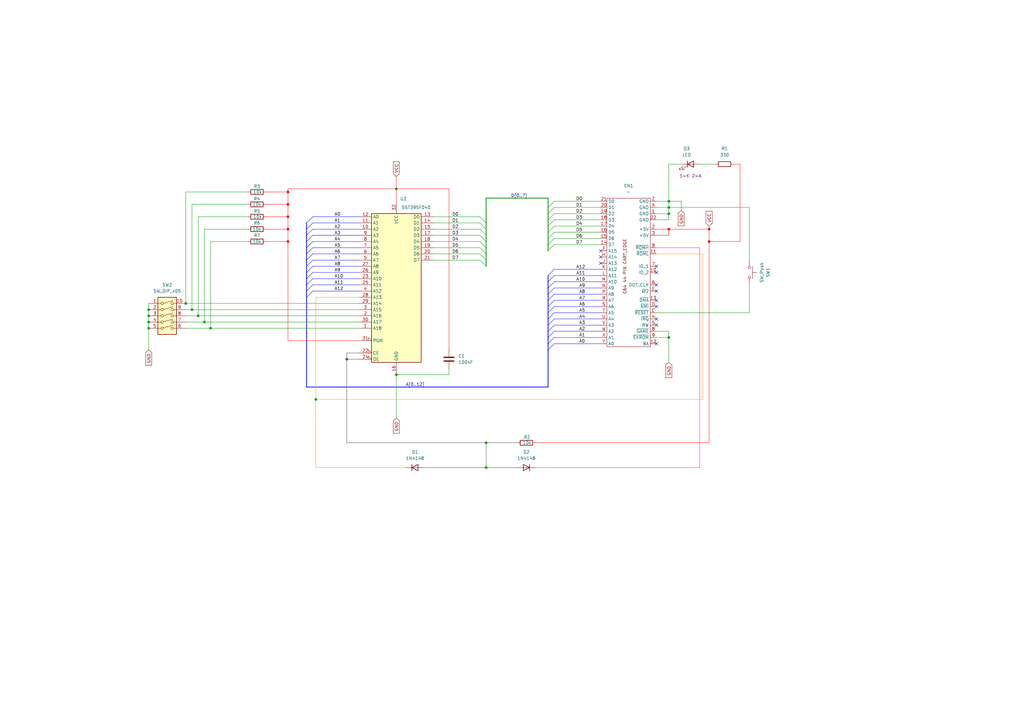
<source format=kicad_sch>
(kicad_sch (version 20250114) (generator "eeschema") (generator_version "9.0")
  (paper "A3")
  (lib_symbols
    (symbol "Device:C" (pin_numbers (hide yes)) (pin_names (offset 0.254))
      (property "Reference" "C" (at 0.635 2.54 0))
      (property "Value" "C" (at 0.635 -2.54 0))
      (symbol "C_0_1"
        (polyline (pts (xy -2.032 0.762) (xy 2.032 0.762)) (stroke (width 0.508)))
        (polyline (pts (xy -2.032 -0.762) (xy 2.032 -0.762)) (stroke (width 0.508)))
      )
      (symbol "C_1_1"
        (pin passive line (at 0 3.81 270) (length 2.794) (name "~") (number "1"))
        (pin passive line (at 0 -3.81 90) (length 2.794) (name "~") (number "2"))
      )
    )
    (symbol "Device:D" (pin_numbers (hide yes)) (pin_names (offset 1.016) (hide yes))
      (property "Reference" "D" (at 0 2.54 0))
      (property "Value" "D" (at 0 -2.54 0))
      (symbol "D_0_1"
        (polyline (pts (xy -1.27 1.27) (xy -1.27 -1.27)) (stroke (width 0.254)))
        (polyline (pts (xy 1.27 1.27) (xy 1.27 -1.27) (xy -1.27 0) (xy 1.27 1.27)) (stroke (width 0.254)))
        (polyline (pts (xy 1.27 0) (xy -1.27 0)))
      )
      (symbol "D_1_1"
        (pin passive line (at -3.81 0 0) (length 2.54) (name "K") (number "1"))
        (pin passive line (at 3.81 0 180) (length 2.54) (name "A") (number "2"))
      )
    )
    (symbol "Device:LED" (pin_numbers (hide yes)) (pin_names (offset 1.016) (hide yes))
      (property "Reference" "D" (at 0 2.54 0))
      (property "Value" "LED" (at 0 -2.54 0))
      (symbol "LED_0_1"
        (polyline (pts (xy -3.048 -0.762) (xy -4.572 -2.286) (xy -3.81 -2.286) (xy -4.572 -2.286) (xy -4.572 -1.524)))
        (polyline (pts (xy -1.778 -0.762) (xy -3.302 -2.286) (xy -2.54 -2.286) (xy -3.302 -2.286) (xy -3.302 -1.524)))
        (polyline (pts (xy -1.27 0) (xy 1.27 0)))
        (polyline (pts (xy -1.27 -1.27) (xy -1.27 1.27)) (stroke (width 0.254)))
        (polyline (pts (xy 1.27 -1.27) (xy 1.27 1.27) (xy -1.27 0) (xy 1.27 -1.27)) (stroke (width 0.254)))
      )
      (symbol "LED_1_1"
        (pin passive line (at -3.81 0 0) (length 2.54) (name "K") (number "1"))
        (pin passive line (at 3.81 0 180) (length 2.54) (name "A") (number "2"))
      )
    )
    (symbol "Device:R" (pin_numbers (hide yes)) (pin_names (offset 0))
      (property "Reference" "R" (at 2.032 0 90))
      (property "Value" "R" (at 0 0 90))
      (symbol "R_0_1"
        (rectangle (start -1.016 -2.54) (end 1.016 2.54) (stroke (width 0.254)))
      )
      (symbol "R_1_1"
        (pin passive line (at 0 3.81 270) (length 1.27) (name "~") (number "1"))
        (pin passive line (at 0 -3.81 90) (length 1.27) (name "~") (number "2"))
      )
    )
    (symbol "Memory_Flash:SST39SF040"
      (property "Reference" "U" (at 2.54 33.02 0))
      (property "Value" "SST39SF040" (at 0 -30.48 0))
      (symbol "SST39SF040_0_0"
        (pin power_in line (at 0 36.83 270) (length 5.08) (name "VCC") (number "32"))
        (pin power_in line (at 0 -34.29 90) (length 5.08) (name "GND") (number "16"))
      )
      (symbol "SST39SF040_0_1"
        (rectangle (start -10.16 31.75) (end 10.16 -29.21) (stroke (width 0.254)) (fill (type background)))
      )
      (symbol "SST39SF040_1_1"
        (pin input line (at -15.24 30.48 0) (length 5.08) (name "A0") (number "12"))
        (pin input line (at -15.24 27.94 0) (length 5.08) (name "A1") (number "11"))
        (pin input line (at -15.24 25.4 0) (length 5.08) (name "A2") (number "10"))
        (pin input line (at -15.24 22.86 0) (length 5.08) (name "A3") (number "9"))
        (pin input line (at -15.24 20.32 0) (length 5.08) (name "A4") (number "8"))
        (pin input line (at -15.24 17.78 0) (length 5.08) (name "A5") (number "7"))
        (pin input line (at -15.24 15.24 0) (length 5.08) (name "A6") (number "6"))
        (pin input line (at -15.24 12.7 0) (length 5.08) (name "A7") (number "5"))
        (pin input line (at -15.24 10.16 0) (length 5.08) (name "A8") (number "27"))
        (pin input line (at -15.24 7.62 0) (length 5.08) (name "A9") (number "26"))
        (pin input line (at -15.24 5.08 0) (length 5.08) (name "A10") (number "23"))
        (pin input line (at -15.24 2.54 0) (length 5.08) (name "A11") (number "25"))
        (pin input line (at -15.24 0 0) (length 5.08) (name "A12") (number "4"))
        (pin input line (at -15.24 -2.54 0) (length 5.08) (name "A13") (number "28"))
        (pin input line (at -15.24 -5.08 0) (length 5.08) (name "A14") (number "29"))
        (pin input line (at -15.24 -7.62 0) (length 5.08) (name "A15") (number "3"))
        (pin input line (at -15.24 -10.16 0) (length 5.08) (name "A16") (number "2"))
        (pin input line (at -15.24 -12.7 0) (length 5.08) (name "A17") (number "30"))
        (pin input line (at -15.24 -15.24 0) (length 5.08) (name "A18") (number "1"))
        (pin input input_low (at -15.24 -20.32 0) (length 5.08) (name "PGM") (number "31"))
        (pin input input_low (at -15.24 -25.4 0) (length 5.08) (name "CE") (number "22"))
        (pin input input_low (at -15.24 -27.94 0) (length 5.08) (name "OE") (number "24"))
        (pin tri_state line (at 15.24 30.48 180) (length 5.08) (name "D0") (number "13"))
        (pin tri_state line (at 15.24 27.94 180) (length 5.08) (name "D1") (number "14"))
        (pin tri_state line (at 15.24 25.4 180) (length 5.08) (name "D2") (number "15"))
        (pin tri_state line (at 15.24 22.86 180) (length 5.08) (name "D3") (number "17"))
        (pin tri_state line (at 15.24 20.32 180) (length 5.08) (name "D4") (number "18"))
        (pin tri_state line (at 15.24 17.78 180) (length 5.08) (name "D5") (number "19"))
        (pin tri_state line (at 15.24 15.24 180) (length 5.08) (name "D6") (number "20"))
        (pin tri_state line (at 15.24 12.7 180) (length 5.08) (name "D7") (number "21"))
      )
    )
    (symbol "ODDSOCKS:C64 Cartridge Connector" (in_bom no)
      (property "Reference" "CN" (at 0 -0.254 0))
      (symbol "C64 Cartridge Connector_0_1"
        (rectangle (start -33.02 10.16) (end 27.94 -7.62))
      )
      (symbol "C64 Cartridge Connector_1_1"
        (text "C64 44 PIN CART_EDGE" (at 0 2.794 0) (effects (font (size 1.27 1.27))))
        (pin bidirectional line (at -31.75 12.7 270) (length 2.54) (name "A0") (number "Y"))
        (pin output line (at -31.75 -10.16 90) (length 2.54) (name "BA") (number "12"))
        (pin bidirectional line (at -29.21 12.7 270) (length 2.54) (name "A1") (number "X"))
        (pin input line (at -29.21 -10.16 90) (length 2.54) (name "~{EXROM}") (number "9"))
        (pin bidirectional line (at -26.67 12.7 270) (length 2.54) (name "A2") (number "W"))
        (pin input line (at -26.67 -10.16 90) (length 2.54) (name "~{GAME}") (number "8"))
        (pin bidirectional line (at -24.13 12.7 270) (length 2.54) (name "A3") (number "V"))
        (pin bidirectional line (at -24.13 -10.16 90) (length 2.54) (name "RW") (number "5"))
        (pin bidirectional line (at -21.59 12.7 270) (length 2.54) (name "A4") (number "U"))
        (pin input line (at -21.59 -10.16 90) (length 2.54) (name "~{IRQ}") (number "4"))
        (pin bidirectional line (at -19.05 12.7 270) (length 2.54) (name "A5") (number "T"))
        (pin input line (at -19.05 -10.16 90) (length 2.54) (name "~{RESET}") (number "C"))
        (pin bidirectional line (at -16.51 12.7 270) (length 2.54) (name "A6") (number "S"))
        (pin output line (at -16.51 -10.16 90) (length 2.54) (name "~{NMI}") (number "D"))
        (pin bidirectional line (at -13.97 12.7 270) (length 2.54) (name "A7") (number "R"))
        (pin input line (at -13.97 -10.16 90) (length 2.54) (name "~{DMA}") (number "13"))
        (pin bidirectional line (at -11.43 12.7 270) (length 2.54) (name "A8") (number "P"))
        (pin output line (at -10.16 -10.16 90) (length 2.54) (name "∅2") (number "E"))
        (pin bidirectional line (at -8.89 12.7 270) (length 2.54) (name "A9") (number "N"))
        (pin output line (at -7.62 -10.16 90) (length 2.54) (name "DOT_CLK") (number "6"))
        (pin bidirectional line (at -6.35 12.7 270) (length 2.54) (name "A10") (number "M"))
        (pin bidirectional line (at -3.81 12.7 270) (length 2.54) (name "A11") (number "L"))
        (pin bidirectional line (at -2.54 -10.16 90) (length 2.54) (name "IO_2") (number "10"))
        (pin bidirectional line (at -1.27 12.7 270) (length 2.54) (name "A12") (number "K"))
        (pin bidirectional line (at 0 -10.16 90) (length 2.54) (name "IO_1") (number "7"))
        (pin bidirectional line (at 1.27 12.7 270) (length 2.54) (name "A13") (number "J"))
        (pin bidirectional line (at 3.81 12.7 270) (length 2.54) (name "A14") (number "H"))
        (pin output line (at 5.08 -10.16 90) (length 2.54) (name "~{ROML}") (number "11"))
        (pin bidirectional line (at 6.35 12.7 270) (length 2.54) (name "A15") (number "F"))
        (pin output line (at 7.62 -10.16 90) (length 2.54) (name "~{ROMH}") (number "B"))
        (pin bidirectional line (at 8.89 12.7 270) (length 2.54) (name "D7") (number "14"))
        (pin bidirectional line (at 11.43 12.7 270) (length 2.54) (name "D6") (number "15"))
        (pin power_out line (at 12.7 -10.16 90) (length 2.54) (name "+5V") (number "3"))
        (pin bidirectional line (at 13.97 12.7 270) (length 2.54) (name "D5") (number "16"))
        (pin power_in line (at 15.24 -10.16 90) (length 2.54) (name "+5V") (number "2"))
        (pin bidirectional line (at 16.51 12.7 270) (length 2.54) (name "D4") (number "17"))
        (pin bidirectional line (at 19.05 12.7 270) (length 2.54) (name "D3") (number "18"))
        (pin power_out line (at 19.05 -10.16 90) (length 2.54) (name "GND") (number "22"))
        (pin bidirectional line (at 21.59 12.7 270) (length 2.54) (name "D2") (number "19"))
        (pin power_in line (at 21.59 -10.16 90) (length 2.54) (name "GND") (number "1"))
        (pin bidirectional line (at 24.13 12.7 270) (length 2.54) (name "D1") (number "20"))
        (pin power_in line (at 24.13 -10.16 90) (length 2.54) (name "GND") (number "A"))
        (pin bidirectional line (at 26.67 12.7 270) (length 2.54) (name "D0") (number "21"))
        (pin power_in line (at 26.67 -10.16 90) (length 2.54) (name "GND") (number "Z"))
      )
    )
    (symbol "Switch:SW_DIP_x05" (pin_names (offset 0) (hide yes))
      (property "Reference" "SW" (at 0 8.89 0))
      (property "Value" "SW_DIP_x05" (at 0 -8.89 0))
      (symbol "SW_DIP_x05_0_0"
        (circle (center -2.032 5.08) (radius 0.508))
        (circle (center -2.032 2.54) (radius 0.508))
        (circle (center -2.032 0) (radius 0.508))
        (circle (center -2.032 -2.54) (radius 0.508))
        (circle (center -2.032 -5.08) (radius 0.508))
        (polyline (pts (xy -1.524 5.207) (xy 2.3622 6.2484)))
        (polyline (pts (xy -1.524 2.667) (xy 2.3622 3.7084)))
        (polyline (pts (xy -1.524 0.127) (xy 2.3622 1.1684)))
        (polyline (pts (xy -1.524 -2.3876) (xy 2.3622 -1.3462)))
        (polyline (pts (xy -1.524 -4.9276) (xy 2.3622 -3.8862)))
        (circle (center 2.032 5.08) (radius 0.508))
        (circle (center 2.032 2.54) (radius 0.508))
        (circle (center 2.032 0) (radius 0.508))
        (circle (center 2.032 -2.54) (radius 0.508))
        (circle (center 2.032 -5.08) (radius 0.508))
      )
      (symbol "SW_DIP_x05_0_1"
        (rectangle (start -3.81 7.62) (end 3.81 -7.62) (stroke (width 0.254)) (fill (type background)))
      )
      (symbol "SW_DIP_x05_1_1"
        (pin passive line (at -7.62 5.08 0) (length 5.08) (name "~") (number "1"))
        (pin passive line (at -7.62 2.54 0) (length 5.08) (name "~") (number "2"))
        (pin passive line (at -7.62 0 0) (length 5.08) (name "~") (number "3"))
        (pin passive line (at -7.62 -2.54 0) (length 5.08) (name "~") (number "4"))
        (pin passive line (at -7.62 -5.08 0) (length 5.08) (name "~") (number "5"))
        (pin passive line (at 7.62 5.08 180) (length 5.08) (name "~") (number "10"))
        (pin passive line (at 7.62 2.54 180) (length 5.08) (name "~") (number "9"))
        (pin passive line (at 7.62 0 180) (length 5.08) (name "~") (number "8"))
        (pin passive line (at 7.62 -2.54 180) (length 5.08) (name "~") (number "7"))
        (pin passive line (at 7.62 -5.08 180) (length 5.08) (name "~") (number "6"))
      )
    )
    (symbol "Switch:SW_Push" (pin_numbers (hide yes)) (pin_names (offset 1.016) (hide yes))
      (property "Reference" "SW" (at 1.27 2.54 0))
      (property "Value" "SW_Push" (at 0 -1.524 0))
      (symbol "SW_Push_0_1"
        (circle (center -2.032 0) (radius 0.508))
        (polyline (pts (xy 0 1.27) (xy 0 3.048)))
        (circle (center 2.032 0) (radius 0.508))
        (polyline (pts (xy 2.54 1.27) (xy -2.54 1.27)))
        (pin passive line (at -5.08 0 0) (length 2.54) (name "1") (number "1"))
        (pin passive line (at 5.08 0 180) (length 2.54) (name "2") (number "2"))
      )
    )
  )
  (junction (at 274.32 138.43))
  (junction (at 118.11 99.06) (color 255 0 0 1))
  (junction (at 78.74 127))
  (junction (at 274.32 93.98) (color 255 0 0 1))
  (junction (at 118.11 83.82) (color 255 0 0 1))
  (junction (at 142.24 147.32) (color 72 72 72 1))
  (junction (at 60.96 132.08))
  (junction (at 60.96 129.54))
  (junction (at 162.56 153.67))
  (junction (at 199.39 191.77))
  (junction (at 290.83 99.06) (color 255 0 0 1))
  (junction (at 199.39 181.61))
  (junction (at 290.83 93.98) (color 255 0 0 1))
  (junction (at 162.56 77.47))
  (junction (at 81.28 129.54))
  (junction (at 274.32 85.09))
  (junction (at 86.36 134.62))
  (junction (at 274.32 87.63))
  (junction (at 83.82 132.08))
  (junction (at 60.96 134.62))
  (junction (at 118.11 78.74) (color 255 0 0 1))
  (junction (at 76.2 124.46))
  (junction (at 60.96 127))
  (junction (at 118.11 88.9) (color 255 0 0 1))
  (junction (at 274.32 82.55))
  (junction (at 118.11 93.98) (color 255 0 0 1))
  (junction (at 129.54 163.83))
  (no_connect (at 269.24 140.97))
  (no_connect (at 246.38 105.41))
  (no_connect (at 269.24 123.19))
  (no_connect (at 269.24 133.35))
  (no_connect (at 269.24 130.81))
  (no_connect (at 246.38 102.87))
  (no_connect (at 269.24 111.76))
  (no_connect (at 246.38 107.95))
  (no_connect (at 269.24 109.22))
  (no_connect (at 269.24 116.84))
  (no_connect (at 269.24 119.38))
  (no_connect (at 269.24 125.73))
  (bus_entry (at 224.79 120.65) (size 2.54 -2.54) (stroke (width 0) (color 0 0 255 1)))
  (bus_entry (at 224.79 138.43) (size 2.54 -2.54) (stroke (width 0) (color 0 0 255 1)))
  (bus_entry (at 224.79 135.89) (size 2.54 -2.54) (stroke (width 0) (color 0 0 255 1)))
  (bus_entry (at 224.79 133.35) (size 2.54 -2.54) (stroke (width 0) (color 0 0 255 1)))
  (bus_entry (at 196.85 106.68) (size 2.54 2.54))
  (bus_entry (at 224.79 143.51) (size 2.54 -2.54) (stroke (width 0) (color 0 0 255 1)))
  (bus_entry (at 224.79 90.17) (size 2.54 -2.54))
  (bus_entry (at 224.79 113.03) (size 2.54 -2.54) (stroke (width 0) (color 0 0 255 1)))
  (bus_entry (at 125.73 96.52) (size 2.54 -2.54) (stroke (width 0) (color 0 0 255 1)))
  (bus_entry (at 125.73 116.84) (size 2.54 -2.54) (stroke (width 0) (color 0 0 255 1)))
  (bus_entry (at 125.73 109.22) (size 2.54 -2.54) (stroke (width 0) (color 0 0 255 1)))
  (bus_entry (at 224.79 123.19) (size 2.54 -2.54) (stroke (width 0) (color 0 0 255 1)))
  (bus_entry (at 125.73 93.98) (size 2.54 -2.54) (stroke (width 0) (color 0 0 255 1)))
  (bus_entry (at 125.73 111.76) (size 2.54 -2.54) (stroke (width 0) (color 0 0 255 1)))
  (bus_entry (at 224.79 85.09) (size 2.54 -2.54))
  (bus_entry (at 224.79 130.81) (size 2.54 -2.54) (stroke (width 0) (color 0 0 255 1)))
  (bus_entry (at 125.73 119.38) (size 2.54 -2.54) (stroke (width 0) (color 0 0 255 1)))
  (bus_entry (at 125.73 99.06) (size 2.54 -2.54) (stroke (width 0) (color 0 0 255 1)))
  (bus_entry (at 125.73 114.3) (size 2.54 -2.54) (stroke (width 0) (color 0 0 255 1)))
  (bus_entry (at 125.73 121.92) (size 2.54 -2.54) (stroke (width 0) (color 0 0 255 1)))
  (bus_entry (at 224.79 118.11) (size 2.54 -2.54) (stroke (width 0) (color 0 0 255 1)))
  (bus_entry (at 196.85 101.6) (size 2.54 2.54))
  (bus_entry (at 224.79 97.79) (size 2.54 -2.54))
  (bus_entry (at 196.85 91.44) (size 2.54 2.54))
  (bus_entry (at 224.79 140.97) (size 2.54 -2.54) (stroke (width 0) (color 0 0 255 1)))
  (bus_entry (at 224.79 100.33) (size 2.54 -2.54))
  (bus_entry (at 224.79 115.57) (size 2.54 -2.54) (stroke (width 0) (color 0 0 255 1)))
  (bus_entry (at 196.85 93.98) (size 2.54 2.54))
  (bus_entry (at 196.85 99.06) (size 2.54 2.54))
  (bus_entry (at 196.85 96.52) (size 2.54 2.54))
  (bus_entry (at 224.79 95.25) (size 2.54 -2.54))
  (bus_entry (at 196.85 88.9) (size 2.54 2.54))
  (bus_entry (at 224.79 92.71) (size 2.54 -2.54))
  (bus_entry (at 125.73 104.14) (size 2.54 -2.54) (stroke (width 0) (color 0 0 255 1)))
  (bus_entry (at 224.79 102.87) (size 2.54 -2.54))
  (bus_entry (at 125.73 91.44) (size 2.54 -2.54) (stroke (width 0) (color 0 0 255 1)))
  (bus_entry (at 125.73 106.68) (size 2.54 -2.54) (stroke (width 0) (color 0 0 255 1)))
  (bus_entry (at 224.79 125.73) (size 2.54 -2.54) (stroke (width 0) (color 0 0 255 1)))
  (bus_entry (at 196.85 104.14) (size 2.54 2.54))
  (bus_entry (at 224.79 128.27) (size 2.54 -2.54) (stroke (width 0) (color 0 0 255 1)))
  (bus_entry (at 224.79 87.63) (size 2.54 -2.54))
  (bus_entry (at 125.73 101.6) (size 2.54 -2.54) (stroke (width 0) (color 0 0 255 1)))
  (bus (pts (xy 224.79 158.75) (xy 224.79 143.51)) (stroke (width 0) (color 0 0 255 1)))
  (wire (pts (xy 76.2 124.46) (xy 147.32 124.46)))
  (wire (pts (xy 128.27 109.22) (xy 147.32 109.22)) (stroke (width 0) (color 0 0 255 1)))
  (wire (pts (xy 129.54 163.83) (xy 129.54 191.77)) (stroke (width 0) (color 255 153 0 1)))
  (wire (pts (xy 290.83 99.06) (xy 290.83 93.98)) (stroke (width 0) (color 255 0 0 1)))
  (bus (pts (xy 199.39 96.52) (xy 199.39 99.06)) (stroke (width 0) (color 0 132 0 1)))
  (wire (pts (xy 307.34 128.27) (xy 269.24 128.27)))
  (wire (pts (xy 177.8 101.6) (xy 196.85 101.6)))
  (wire (pts (xy 101.6 99.06) (xy 86.36 99.06)))
  (bus (pts (xy 224.79 100.33) (xy 224.79 102.87)) (stroke (width 0) (color 0 132 0 1)))
  (wire (pts (xy 300.99 67.31) (xy 303.53 67.31)) (stroke (width 0) (color 255 0 0 1)))
  (wire (pts (xy 227.33 123.19) (xy 246.38 123.19)) (stroke (width 0) (color 0 0 255 1)))
  (bus (pts (xy 125.73 96.52) (xy 125.73 99.06)) (stroke (width 0) (color 0 0 255 1)))
  (wire (pts (xy 142.24 181.61) (xy 199.39 181.61)) (stroke (width 0) (color 72 72 72 1)))
  (wire (pts (xy 274.32 96.52) (xy 274.32 93.98)) (stroke (width 0) (color 255 0 0 1)))
  (wire (pts (xy 269.24 93.98) (xy 274.32 93.98)) (stroke (width 0) (color 255 0 0 1)))
  (wire (pts (xy 177.8 99.06) (xy 196.85 99.06)))
  (wire (pts (xy 128.27 91.44) (xy 147.32 91.44)) (stroke (width 0) (color 0 0 255 1)))
  (wire (pts (xy 81.28 88.9) (xy 81.28 129.54)))
  (wire (pts (xy 76.2 129.54) (xy 81.28 129.54)))
  (wire (pts (xy 109.22 93.98) (xy 118.11 93.98)) (stroke (width 0) (color 255 0 0 1)))
  (wire (pts (xy 86.36 99.06) (xy 86.36 134.62)))
  (wire (pts (xy 184.15 143.51) (xy 184.15 77.47)) (stroke (width 0) (color 255 0 0 1)))
  (bus (pts (xy 224.79 128.27) (xy 224.79 130.81)) (stroke (width 0) (color 0 0 255 1)))
  (bus (pts (xy 125.73 119.38) (xy 125.73 121.92)) (stroke (width 0) (color 0 0 255 1)))
  (bus (pts (xy 125.73 109.22) (xy 125.73 111.76)) (stroke (width 0) (color 0 0 255 1)))
  (wire (pts (xy 177.8 96.52) (xy 196.85 96.52)))
  (wire (pts (xy 60.96 127) (xy 60.96 129.54)))
  (bus (pts (xy 224.79 92.71) (xy 224.79 95.25)) (stroke (width 0) (color 0 132 0 1)))
  (bus (pts (xy 199.39 91.44) (xy 199.39 93.98)) (stroke (width 0) (color 0 132 0 1)))
  (bus (pts (xy 199.39 93.98) (xy 199.39 96.52)) (stroke (width 0) (color 0 132 0 1)))
  (bus (pts (xy 224.79 125.73) (xy 224.79 128.27)) (stroke (width 0) (color 0 0 255 1)))
  (wire (pts (xy 109.22 99.06) (xy 118.11 99.06)) (stroke (width 0) (color 255 0 0 1)))
  (wire (pts (xy 128.27 88.9) (xy 147.32 88.9)) (stroke (width 0) (color 0 0 255 1)))
  (wire (pts (xy 147.32 144.78) (xy 142.24 144.78)) (stroke (width 0) (color 72 72 72 1)))
  (bus (pts (xy 224.79 97.79) (xy 224.79 100.33)) (stroke (width 0) (color 0 132 0 1)))
  (wire (pts (xy 177.8 104.14) (xy 196.85 104.14)))
  (wire (pts (xy 60.96 134.62) (xy 60.96 143.51)))
  (wire (pts (xy 60.96 132.08) (xy 60.96 134.62)))
  (wire (pts (xy 227.33 92.71) (xy 246.38 92.71)))
  (wire (pts (xy 162.56 77.47) (xy 184.15 77.47)) (stroke (width 0) (color 255 0 0 1)))
  (bus (pts (xy 199.39 99.06) (xy 199.39 101.6)) (stroke (width 0) (color 0 132 0 1)))
  (bus (pts (xy 125.73 104.14) (xy 125.73 106.68)) (stroke (width 0) (color 0 0 255 1)))
  (wire (pts (xy 274.32 90.17) (xy 274.32 87.63)))
  (bus (pts (xy 125.73 93.98) (xy 125.73 96.52)) (stroke (width 0) (color 0 0 255 1)))
  (wire (pts (xy 199.39 191.77) (xy 212.09 191.77)) (stroke (width 0) (color 72 72 72 1)))
  (wire (pts (xy 227.33 128.27) (xy 246.38 128.27)) (stroke (width 0) (color 0 0 255 1)))
  (wire (pts (xy 227.33 125.73) (xy 246.38 125.73)) (stroke (width 0) (color 0 0 255 1)))
  (wire (pts (xy 118.11 83.82) (xy 118.11 88.9)) (stroke (width 0) (color 255 0 0 1)))
  (wire (pts (xy 101.6 93.98) (xy 83.82 93.98)))
  (wire (pts (xy 101.6 88.9) (xy 81.28 88.9)))
  (wire (pts (xy 227.33 97.79) (xy 246.38 97.79)))
  (wire (pts (xy 227.33 118.11) (xy 246.38 118.11)) (stroke (width 0) (color 0 0 255 1)))
  (wire (pts (xy 269.24 87.63) (xy 274.32 87.63)))
  (bus (pts (xy 125.73 91.44) (xy 125.73 93.98)) (stroke (width 0) (color 0 0 255 1)))
  (bus (pts (xy 125.73 106.68) (xy 125.73 109.22)) (stroke (width 0) (color 0 0 255 1)))
  (wire (pts (xy 274.32 67.31) (xy 279.4 67.31)))
  (wire (pts (xy 142.24 147.32) (xy 142.24 181.61)) (stroke (width 0) (color 72 72 72 1)))
  (bus (pts (xy 125.73 158.75) (xy 224.79 158.75)) (stroke (width 0) (color 0 0 255 1)))
  (wire (pts (xy 227.33 82.55) (xy 246.38 82.55)))
  (wire (pts (xy 78.74 127) (xy 147.32 127)))
  (wire (pts (xy 227.33 95.25) (xy 246.38 95.25)))
  (wire (pts (xy 227.33 113.03) (xy 246.38 113.03)) (stroke (width 0) (color 0 0 255 1)))
  (wire (pts (xy 162.56 72.39) (xy 162.56 77.47)) (stroke (width 0) (color 255 0 0 1)))
  (wire (pts (xy 287.02 101.6) (xy 269.24 101.6)) (stroke (width 0) (color 255 0 255 1)))
  (bus (pts (xy 224.79 95.25) (xy 224.79 97.79)) (stroke (width 0) (color 0 132 0 1)))
  (wire (pts (xy 274.32 148.59) (xy 274.32 138.43)))
  (wire (pts (xy 269.24 96.52) (xy 274.32 96.52)) (stroke (width 0) (color 255 0 0 1)))
  (wire (pts (xy 269.24 138.43) (xy 274.32 138.43)))
  (wire (pts (xy 128.27 96.52) (xy 147.32 96.52)) (stroke (width 0) (color 0 0 255 1)))
  (wire (pts (xy 129.54 121.92) (xy 147.32 121.92)) (stroke (width 0) (color 255 153 0 1)))
  (wire (pts (xy 128.27 104.14) (xy 147.32 104.14)) (stroke (width 0) (color 0 0 255 1)))
  (wire (pts (xy 109.22 83.82) (xy 118.11 83.82)) (stroke (width 0) (color 255 0 0 1)))
  (bus (pts (xy 224.79 138.43) (xy 224.79 140.97)) (stroke (width 0) (color 0 0 255 1)))
  (wire (pts (xy 227.33 130.81) (xy 246.38 130.81)) (stroke (width 0) (color 0 0 255 1)))
  (bus (pts (xy 224.79 113.03) (xy 224.79 115.57)) (stroke (width 0) (color 0 0 255 1)))
  (wire (pts (xy 219.71 191.77) (xy 287.02 191.77)) (stroke (width 0) (color 255 0 255 1)))
  (bus (pts (xy 224.79 133.35) (xy 224.79 135.89)) (stroke (width 0) (color 0 0 255 1)))
  (bus (pts (xy 199.39 106.68) (xy 199.39 109.22)) (stroke (width 0) (color 0 132 0 1)))
  (wire (pts (xy 109.22 88.9) (xy 118.11 88.9)) (stroke (width 0) (color 255 0 0 1)))
  (wire (pts (xy 118.11 99.06) (xy 118.11 139.7)) (stroke (width 0) (color 255 0 0 1)))
  (wire (pts (xy 76.2 127) (xy 78.74 127)))
  (bus (pts (xy 199.39 104.14) (xy 199.39 106.68)) (stroke (width 0) (color 0 132 0 1)))
  (wire (pts (xy 307.34 85.09) (xy 274.32 85.09)))
  (bus (pts (xy 224.79 135.89) (xy 224.79 138.43)) (stroke (width 0) (color 0 0 255 1)))
  (wire (pts (xy 118.11 78.74) (xy 118.11 83.82)) (stroke (width 0) (color 255 0 0 1)))
  (wire (pts (xy 227.33 90.17) (xy 246.38 90.17)))
  (bus (pts (xy 224.79 118.11) (xy 224.79 120.65)) (stroke (width 0) (color 0 0 255 1)))
  (wire (pts (xy 279.4 82.55) (xy 274.32 82.55)))
  (wire (pts (xy 288.29 104.14) (xy 269.24 104.14)) (stroke (width 0) (color 255 153 0 1)))
  (wire (pts (xy 274.32 85.09) (xy 274.32 82.55)))
  (bus (pts (xy 224.79 120.65) (xy 224.79 123.19)) (stroke (width 0) (color 0 0 255 1)))
  (wire (pts (xy 307.34 116.84) (xy 307.34 128.27)))
  (bus (pts (xy 224.79 85.09) (xy 224.79 87.63)) (stroke (width 0) (color 0 132 0 1)))
  (bus (pts (xy 125.73 111.76) (xy 125.73 114.3)) (stroke (width 0) (color 0 0 255 1)))
  (wire (pts (xy 303.53 67.31) (xy 303.53 99.06)) (stroke (width 0) (color 255 0 0 1)))
  (wire (pts (xy 128.27 116.84) (xy 147.32 116.84)) (stroke (width 0) (color 0 0 255 1)))
  (wire (pts (xy 288.29 104.14) (xy 288.29 163.83)) (stroke (width 0) (color 255 153 0 1)))
  (bus (pts (xy 125.73 99.06) (xy 125.73 101.6)) (stroke (width 0) (color 0 0 255 1)))
  (wire (pts (xy 184.15 153.67) (xy 162.56 153.67)))
  (wire (pts (xy 76.2 134.62) (xy 86.36 134.62)))
  (wire (pts (xy 128.27 119.38) (xy 147.32 119.38)) (stroke (width 0) (color 0 0 255 1)))
  (wire (pts (xy 227.33 120.65) (xy 246.38 120.65)) (stroke (width 0) (color 0 0 255 1)))
  (wire (pts (xy 142.24 144.78) (xy 142.24 147.32)) (stroke (width 0) (color 72 72 72 1)))
  (wire (pts (xy 227.33 115.57) (xy 246.38 115.57)) (stroke (width 0) (color 0 0 255 1)))
  (wire (pts (xy 274.32 93.98) (xy 290.83 93.98)) (stroke (width 0) (color 255 0 0 1)))
  (wire (pts (xy 227.33 133.35) (xy 246.38 133.35)) (stroke (width 0) (color 0 0 255 1)))
  (wire (pts (xy 128.27 101.6) (xy 147.32 101.6)) (stroke (width 0) (color 0 0 255 1)))
  (wire (pts (xy 269.24 82.55) (xy 274.32 82.55)))
  (wire (pts (xy 177.8 93.98) (xy 196.85 93.98)))
  (wire (pts (xy 227.33 87.63) (xy 246.38 87.63)))
  (wire (pts (xy 219.71 181.61) (xy 290.83 181.61)) (stroke (width 0) (color 255 0 0 1)))
  (wire (pts (xy 60.96 124.46) (xy 60.96 127)))
  (bus (pts (xy 125.73 101.6) (xy 125.73 104.14)) (stroke (width 0) (color 0 0 255 1)))
  (wire (pts (xy 274.32 67.31) (xy 274.32 82.55)))
  (wire (pts (xy 76.2 78.74) (xy 76.2 124.46)))
  (wire (pts (xy 290.83 92.71) (xy 290.83 93.98)) (stroke (width 0) (color 255 0 0 1)))
  (wire (pts (xy 118.11 77.47) (xy 118.11 78.74)) (stroke (width 0) (color 255 0 0 1)))
  (wire (pts (xy 83.82 93.98) (xy 83.82 132.08)))
  (wire (pts (xy 287.02 67.31) (xy 293.37 67.31)))
  (wire (pts (xy 142.24 147.32) (xy 147.32 147.32)) (stroke (width 0) (color 72 72 72 1)))
  (wire (pts (xy 128.27 114.3) (xy 147.32 114.3)) (stroke (width 0) (color 0 0 255 1)))
  (wire (pts (xy 162.56 77.47) (xy 118.11 77.47)) (stroke (width 0) (color 255 0 0 1)))
  (bus (pts (xy 199.39 81.28) (xy 199.39 91.44)) (stroke (width 0) (color 0 132 0 1)))
  (wire (pts (xy 118.11 88.9) (xy 118.11 93.98)) (stroke (width 0) (color 255 0 0 1)))
  (bus (pts (xy 125.73 121.92) (xy 125.73 158.75)) (stroke (width 0) (color 0 0 255 1)))
  (bus (pts (xy 224.79 140.97) (xy 224.79 143.51)) (stroke (width 0) (color 0 0 255 1)))
  (wire (pts (xy 128.27 106.68) (xy 147.32 106.68)) (stroke (width 0) (color 0 0 255 1)))
  (wire (pts (xy 128.27 93.98) (xy 147.32 93.98)) (stroke (width 0) (color 0 0 255 1)))
  (wire (pts (xy 118.11 139.7) (xy 147.32 139.7)) (stroke (width 0) (color 255 0 0 1)))
  (wire (pts (xy 269.24 135.89) (xy 274.32 135.89)))
  (wire (pts (xy 81.28 129.54) (xy 147.32 129.54)))
  (bus (pts (xy 125.73 116.84) (xy 125.73 119.38)) (stroke (width 0) (color 0 0 255 1)))
  (wire (pts (xy 101.6 83.82) (xy 78.74 83.82)))
  (bus (pts (xy 224.79 81.28) (xy 224.79 85.09)) (stroke (width 0) (color 0 132 0 1)))
  (wire (pts (xy 101.6 78.74) (xy 76.2 78.74)))
  (wire (pts (xy 227.33 138.43) (xy 246.38 138.43)) (stroke (width 0) (color 0 0 255 1)))
  (wire (pts (xy 177.8 106.68) (xy 196.85 106.68)))
  (wire (pts (xy 60.96 129.54) (xy 60.96 132.08)))
  (wire (pts (xy 227.33 140.97) (xy 246.38 140.97)) (stroke (width 0) (color 0 0 255 1)))
  (bus (pts (xy 224.79 90.17) (xy 224.79 92.71)) (stroke (width 0) (color 0 132 0 1)))
  (wire (pts (xy 279.4 86.36) (xy 279.4 82.55)))
  (wire (pts (xy 76.2 132.08) (xy 83.82 132.08)))
  (wire (pts (xy 118.11 93.98) (xy 118.11 99.06)) (stroke (width 0) (color 255 0 0 1)))
  (wire (pts (xy 177.8 88.9) (xy 196.85 88.9)))
  (wire (pts (xy 129.54 163.83) (xy 288.29 163.83)) (stroke (width 0) (color 255 153 0 1)))
  (wire (pts (xy 162.56 171.45) (xy 162.56 153.67)))
  (bus (pts (xy 199.39 81.28) (xy 224.79 81.28)) (stroke (width 0) (color 0 132 0 1)))
  (wire (pts (xy 199.39 181.61) (xy 199.39 191.77)) (stroke (width 0) (color 72 72 72 1)))
  (wire (pts (xy 227.33 135.89) (xy 246.38 135.89)) (stroke (width 0) (color 0 0 255 1)))
  (wire (pts (xy 129.54 191.77) (xy 166.37 191.77)) (stroke (width 0) (color 255 153 0 1)))
  (wire (pts (xy 307.34 106.68) (xy 307.34 85.09)))
  (wire (pts (xy 227.33 85.09) (xy 246.38 85.09)))
  (wire (pts (xy 287.02 101.6) (xy 287.02 191.77)) (stroke (width 0) (color 255 0 255 1)))
  (wire (pts (xy 227.33 100.33) (xy 246.38 100.33)))
  (wire (pts (xy 199.39 181.61) (xy 212.09 181.61)) (stroke (width 0) (color 72 72 72 1)))
  (bus (pts (xy 199.39 101.6) (xy 199.39 104.14)) (stroke (width 0) (color 0 132 0 1)))
  (wire (pts (xy 269.24 90.17) (xy 274.32 90.17)))
  (wire (pts (xy 128.27 111.76) (xy 147.32 111.76)) (stroke (width 0) (color 0 0 255 1)))
  (bus (pts (xy 224.79 115.57) (xy 224.79 118.11)) (stroke (width 0) (color 0 0 255 1)))
  (wire (pts (xy 109.22 78.74) (xy 118.11 78.74)) (stroke (width 0) (color 255 0 0 1)))
  (wire (pts (xy 269.24 85.09) (xy 274.32 85.09)))
  (wire (pts (xy 129.54 121.92) (xy 129.54 163.83)) (stroke (width 0) (color 255 153 0 1)))
  (wire (pts (xy 274.32 138.43) (xy 274.32 135.89)))
  (wire (pts (xy 162.56 77.47) (xy 162.56 82.55)) (stroke (width 0) (color 255 0 0 1)))
  (wire (pts (xy 290.83 99.06) (xy 290.83 181.61)) (stroke (width 0) (color 255 0 0 1)))
  (wire (pts (xy 227.33 110.49) (xy 246.38 110.49)) (stroke (width 0) (color 0 0 255 1)))
  (wire (pts (xy 78.74 83.82) (xy 78.74 127)))
  (bus (pts (xy 224.79 123.19) (xy 224.79 125.73)) (stroke (width 0) (color 0 0 255 1)))
  (wire (pts (xy 128.27 99.06) (xy 147.32 99.06)) (stroke (width 0) (color 0 0 255 1)))
  (bus (pts (xy 224.79 87.63) (xy 224.79 90.17)) (stroke (width 0) (color 0 132 0 1)))
  (wire (pts (xy 173.99 191.77) (xy 199.39 191.77)) (stroke (width 0) (color 72 72 72 1)))
  (bus (pts (xy 224.79 130.81) (xy 224.79 133.35)) (stroke (width 0) (color 0 0 255 1)))
  (wire (pts (xy 274.32 87.63) (xy 274.32 85.09)))
  (wire (pts (xy 86.36 134.62) (xy 147.32 134.62)))
  (wire (pts (xy 184.15 151.13) (xy 184.15 153.67)))
  (wire (pts (xy 83.82 132.08) (xy 147.32 132.08)))
  (wire (pts (xy 177.8 91.44) (xy 196.85 91.44)))
  (bus (pts (xy 125.73 114.3) (xy 125.73 116.84)) (stroke (width 0) (color 0 0 255 1)))
  (wire (pts (xy 303.53 99.06) (xy 290.83 99.06)) (stroke (width 0) (color 255 0 0 1)))
  (label "D4" (at 236.22 92.71 0))
  (label "A12" (at 240.03 110.49 180))
  (label "A0" (at 237.49 140.97 0))
  (label "A2" (at 137.16 93.98 0))
  (label "A6" (at 240.03 125.73 180))
  (label "D1" (at 236.22 85.09 0))
  (label "A3" (at 137.16 96.52 0))
  (label "A1" (at 240.03 138.43 180))
  (label "D5" (at 236.22 95.25 0))
  (label "A3" (at 240.03 133.35 180))
  (label "A5" (at 137.16 101.6 0))
  (label "D7" (at 236.22 100.33 0))
  (label "A2" (at 240.03 135.89 180))
  (label "D[0..7]" (at 209.55 81.28 0))
  (label "A10" (at 240.03 115.57 180))
  (label "D2" (at 185.42 93.98 0))
  (label "D5" (at 185.42 101.6 0))
  (label "D3" (at 236.22 90.17 0))
  (label "D2" (at 236.22 87.63 0))
  (label "A4" (at 137.16 99.06 0))
  (label "A4" (at 240.03 130.81 180))
  (label "A7" (at 137.16 106.68 0))
  (label "D0" (at 185.42 88.9 0))
  (label "A0" (at 137.16 88.9 0))
  (label "D3" (at 185.42 96.52 0))
  (label "A7" (at 240.03 123.19 180))
  (label "A[0..12]" (at 166.37 158.75 0))
  (label "D6" (at 185.42 104.14 0))
  (label "A11" (at 240.03 113.03 180))
  (label "A5" (at 240.03 128.27 180))
  (label "D1" (at 185.42 91.44 0))
  (label "D4" (at 185.42 99.06 0))
  (label "D0" (at 236.22 82.55 0))
  (label "A6" (at 137.16 104.14 0))
  (label "A9" (at 240.03 118.11 180))
  (label "A12" (at 137.16 119.38 0))
  (label "D6" (at 236.22 97.79 0))
  (label "A9" (at 137.16 111.76 0))
  (label "A8" (at 240.03 120.65 180))
  (label "A1" (at 137.16 91.44 0))
  (label "A10" (at 137.16 114.3 0))
  (label "A8" (at 137.16 109.22 0))
  (label "A11" (at 137.16 116.84 0))
  (label "D7" (at 185.42 106.68 0))
  (global_label "VCC" (shape input) (at 162.56 72.39 90) (property "Intersheetrefs" "${INTERSHEET_REFS}" (effects (hide yes))))
  (global_label "GND" (shape input) (at 274.32 148.59 270) (property "Intersheetrefs" "${INTERSHEET_REFS}" (effects (hide yes))))
  (global_label "GND" (shape input) (at 162.56 171.45 270) (property "Intersheetrefs" "${INTERSHEET_REFS}" (effects (hide yes))))
  (global_label "VCC" (shape input) (at 290.83 92.71 90) (property "Intersheetrefs" "${INTERSHEET_REFS}" (effects (hide yes))))
  (global_label "GND" (shape input) (at 60.96 143.51 270) (property "Intersheetrefs" "${INTERSHEET_REFS}" (effects (hide yes))))
  (global_label "GND" (shape input) (at 279.4 86.36 270) (property "Intersheetrefs" "${INTERSHEET_REFS}" (effects (hide yes))))
  (symbol (lib_id "Device:R") (at 105.41 99.06 90) (unit 1)
    (property "Reference" "R7" (at 105.41 96.52 90))
    (property "Value" "10k" (at 105.41 99.06 90))
    (property "Footprint" "Resistor_THT:R_Axial_DIN0207_L6.3mm_D2.5mm_P10.16mm_Horizontal" (effects (hide yes)))
    (property "Description" "Resistor" (effects (hide yes)))
  )
  (symbol (lib_id "Device:C") (at 184.15 147.32 180) (unit 1)
    (property "Reference" "C1" (at 187.96 146.0499 0) (effects (justify right)))
    (property "Value" "100nF" (at 187.96 148.5899 0) (effects (justify right)))
    (property "Footprint" "Capacitor_THT:C_Disc_D5.0mm_W2.5mm_P5.00mm" (effects (hide yes)))
    (property "Description" "Unpolarized capacitor" (effects (hide yes)))
  )
  (symbol (lib_id "Device:R") (at 105.41 88.9 90) (unit 1)
    (property "Reference" "R5" (at 105.41 86.614 90))
    (property "Value" "10k" (at 105.664 88.9 90))
    (property "Footprint" "Resistor_THT:R_Axial_DIN0207_L6.3mm_D2.5mm_P10.16mm_Horizontal" (effects (hide yes)))
    (property "Description" "Resistor" (effects (hide yes)))
  )
  (symbol (lib_id "Device:LED") (at 283.21 67.31 0) (unit 1)
    (property "Reference" "D3" (at 281.6225 60.96 0))
    (property "Value" "LED" (at 281.6225 63.5 0))
    (property "Footprint" "LED_THT:LED_D5.0mm" (effects (hide yes)))
    (property "Description" "Light emitting diode" (effects (hide yes)))
    (property "Sim.Pins" "1=K 2=A" (at 283.21 72.136 0))
  )
  (symbol (lib_id "ODDSOCKS:C64 Cartridge Connector") (at 259.08 109.22 90) (unit 1) (in_bom no)
    (property "Reference" "CN1" (at 257.81 76.2 90))
    (property "Value" "~" (at 257.81 78.74 90))
    (property "Footprint" "ODDSOCKS:C64 Expansion" (effects (hide yes)))
  )
  (symbol (lib_id "Device:R") (at 105.41 93.98 90) (unit 1)
    (property "Reference" "R6" (at 105.41 91.44 90))
    (property "Value" "10k" (at 105.41 93.98 90))
    (property "Footprint" "Resistor_THT:R_Axial_DIN0207_L6.3mm_D2.5mm_P10.16mm_Horizontal" (effects (hide yes)))
    (property "Description" "Resistor" (effects (hide yes)))
  )
  (symbol (lib_id "Device:R") (at 215.9 181.61 90) (unit 1)
    (property "Reference" "R2" (at 216.154 179.324 90))
    (property "Value" "10k" (at 216.154 181.61 90))
    (property "Footprint" "Resistor_THT:R_Axial_DIN0207_L6.3mm_D2.5mm_P10.16mm_Horizontal" (effects (hide yes)))
    (property "Description" "Resistor" (effects (hide yes)))
  )
  (symbol (lib_id "Device:R") (at 297.18 67.31 90) (unit 1)
    (property "Reference" "R1" (at 297.18 60.96 90))
    (property "Value" "330" (at 297.18 63.5 90))
    (property "Footprint" "Resistor_THT:R_Axial_DIN0207_L6.3mm_D2.5mm_P10.16mm_Horizontal" (effects (hide yes)))
    (property "Description" "Resistor" (effects (hide yes)))
  )
  (symbol (lib_id "Device:R") (at 105.41 78.74 90) (unit 1)
    (property "Reference" "R3" (at 105.41 76.454 90))
    (property "Value" "10k" (at 105.664 78.74 90))
    (property "Footprint" "Resistor_THT:R_Axial_DIN0207_L6.3mm_D2.5mm_P10.16mm_Horizontal" (effects (hide yes)))
    (property "Description" "Resistor" (effects (hide yes)))
  )
  (symbol (lib_id "Switch:SW_DIP_x05") (at 68.58 129.54 0) (unit 1)
    (property "Reference" "SW2" (at 68.58 116.84 0))
    (property "Value" "SW_DIP_x05" (at 68.58 119.38 0))
    (property "Footprint" "Button_Switch_THT:SW_DIP_SPSTx05_Slide_9.78x14.88mm_W7.62mm_P2.54mm" (effects (hide yes)))
    (property "Description" "5x DIP Switch, Single Pole Single Throw (SPST) switch, small symbol" (effects (hide yes)))
  )
  (symbol (lib_id "Device:D") (at 215.9 191.77 180) (unit 1)
    (property "Reference" "D2" (at 215.9 185.42 0))
    (property "Value" "1N4148" (at 215.9 187.96 0))
    (property "Footprint" "Diode_THT:D_DO-41_SOD81_P7.62mm_Horizontal" (effects (hide yes)))
    (property "Description" "Diode" (effects (hide yes)))
    (property "Sim.Device" "D" (effects (hide yes)))
    (property "Sim.Pins" "1=K 2=A" (effects (hide yes)))
  )
  (symbol (lib_id "Device:R") (at 105.41 83.82 90) (unit 1)
    (property "Reference" "R4" (at 105.41 81.534 90))
    (property "Value" "10k" (at 105.41 83.82 90))
    (property "Footprint" "Resistor_THT:R_Axial_DIN0207_L6.3mm_D2.5mm_P10.16mm_Horizontal" (effects (hide yes)))
    (property "Description" "Resistor" (effects (hide yes)))
  )
  (symbol (lib_id "Memory_Flash:SST39SF040") (at 162.56 119.38 0) (unit 1)
    (property "Reference" "U2" (at 164.084 81.534 0) (effects (justify left)))
    (property "Value" "SST39SF040" (at 164.7033 85.09 0) (effects (justify left)))
    (property "Footprint" "Package_DIP:DIP-32_W15.24mm" (effects (hide yes)))
    (property "Datasheet" "http://ww1.microchip.com/downloads/en/DeviceDoc/25022B.pdf" (effects (hide yes)))
    (property "Description" "Silicon Storage Technology (SSF) 512k x 8 Flash ROM" (effects (hide yes)))
  )
  (symbol (lib_id "Device:D") (at 170.18 191.77 0) (unit 1)
    (property "Reference" "D1" (at 170.18 185.42 0))
    (property "Value" "1N4148" (at 170.18 187.96 0))
    (property "Footprint" "Diode_THT:D_DO-41_SOD81_P7.62mm_Horizontal" (effects (hide yes)))
    (property "Description" "Diode" (effects (hide yes)))
    (property "Sim.Device" "D" (effects (hide yes)))
    (property "Sim.Pins" "1=K 2=A" (effects (hide yes)))
  )
  (symbol (lib_id "Switch:SW_Push") (at 307.34 111.76 270) (unit 1)
    (property "Reference" "SW1" (at 314.96 111.76 0))
    (property "Value" "SW_Push" (at 312.42 111.76 0))
    (property "Footprint" "Button_Switch_THT:SW_PUSH_6mm" (effects (hide yes)))
    (property "Description" "Push button switch, generic, two pins" (effects (hide yes)))
  )
)
</source>
